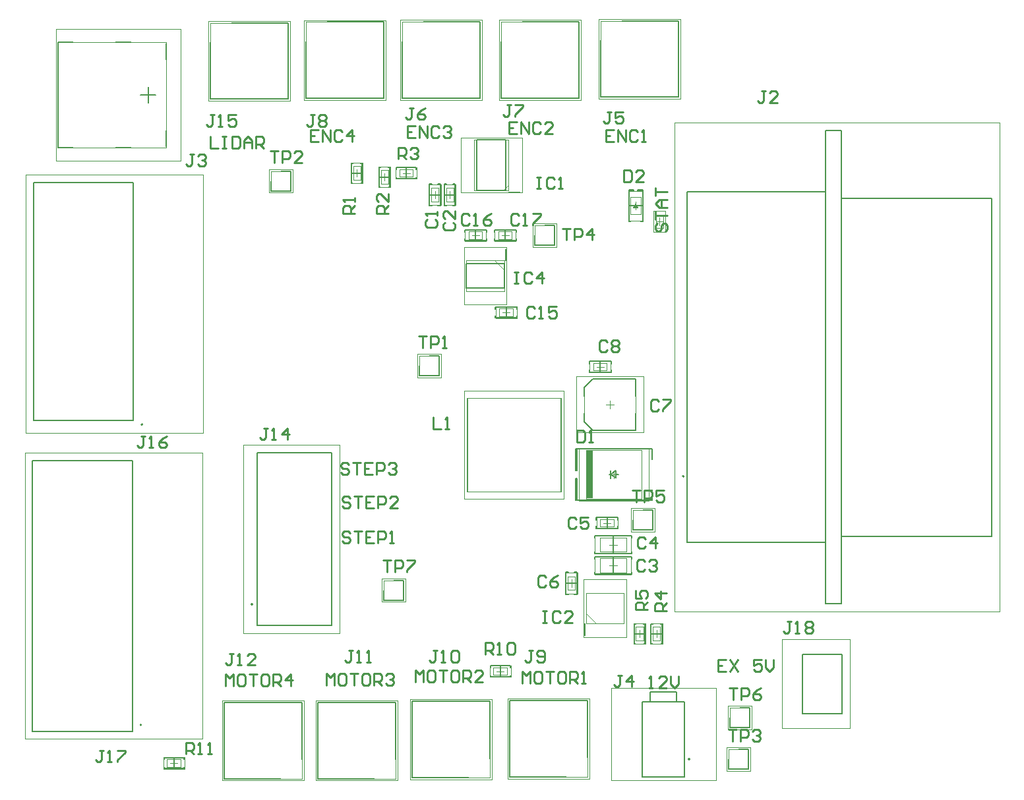
<source format=gto>
G04*
G04 #@! TF.GenerationSoftware,Altium Limited,Altium Designer,21.0.9 (235)*
G04*
G04 Layer_Color=65535*
%FSLAX25Y25*%
%MOIN*%
G70*
G04*
G04 #@! TF.SameCoordinates,FB9C7817-38CD-48DC-A3D4-53DF82CEFDAB*
G04*
G04*
G04 #@! TF.FilePolarity,Positive*
G04*
G01*
G75*
%ADD10C,0.00787*%
%ADD11C,0.00394*%
%ADD12C,0.00591*%
%ADD13C,0.01000*%
%ADD14R,0.03765X0.24488*%
%ADD15C,0.00197*%
D10*
X314492Y16606D02*
G03*
X314492Y17394I0J394D01*
G01*
D02*
G03*
X314492Y16606I0J-394D01*
G01*
X37846Y185831D02*
G03*
X37846Y186618I0J394D01*
G01*
D02*
G03*
X37846Y185831I0J-394D01*
G01*
X311535Y160531D02*
G03*
X311535Y159744I0J-394D01*
G01*
D02*
G03*
X311535Y160531I0J394D01*
G01*
X93466Y94965D02*
G03*
X93466Y95752I0J394D01*
G01*
D02*
G03*
X93466Y94965I0J-394D01*
G01*
X37697Y34268D02*
G03*
X36909Y34268I-394J0D01*
G01*
D02*
G03*
X37697Y34268I394J0D01*
G01*
X263165Y17846D02*
Y46587D01*
X223795D02*
X263165D01*
X223795Y8004D02*
Y46587D01*
Y8004D02*
X252535D01*
X213665Y17500D02*
Y46240D01*
X174295D02*
X213665D01*
X174295Y7658D02*
Y46240D01*
Y7658D02*
X203035D01*
X166130Y17000D02*
Y45740D01*
X126760D02*
X166130D01*
X126760Y7158D02*
Y45740D01*
Y7158D02*
X155500D01*
X118665Y17000D02*
Y45740D01*
X79295D02*
X118665D01*
X79295Y7158D02*
Y45740D01*
Y7158D02*
X108035D01*
X236500Y277000D02*
Y282000D01*
Y277000D02*
X246500D01*
Y287000D01*
X241500D02*
X246500D01*
X286000Y133000D02*
Y138000D01*
Y133000D02*
X296000D01*
Y143000D01*
X291000D02*
X296000D01*
X178000Y211000D02*
Y216000D01*
Y211000D02*
X188000D01*
Y221000D01*
X183000D02*
X188000D01*
X334500Y12000D02*
Y17000D01*
Y12000D02*
X344500D01*
Y22000D01*
X339500D02*
X344500D01*
X103000Y304500D02*
Y309500D01*
Y304500D02*
X113000D01*
Y314500D01*
X108000D02*
X113000D01*
X160000Y97500D02*
Y102500D01*
Y97500D02*
X170000D01*
Y107500D01*
X165000D02*
X170000D01*
X335000Y33000D02*
Y38000D01*
Y33000D02*
X345000D01*
Y43000D01*
X340000D02*
X345000D01*
X72335Y350913D02*
Y379654D01*
Y350913D02*
X111705D01*
Y389496D01*
X82965D02*
X111705D01*
X120835Y351260D02*
Y380000D01*
Y351260D02*
X160205D01*
Y389843D01*
X131465D02*
X160205D01*
X169335Y351413D02*
Y380153D01*
Y351413D02*
X208705D01*
Y389996D01*
X179965D02*
X208705D01*
X219335Y351413D02*
Y380153D01*
Y351413D02*
X258705D01*
Y389996D01*
X229965D02*
X258705D01*
X269870Y351913D02*
Y380654D01*
Y351913D02*
X309240D01*
Y390496D01*
X280500D02*
X309240D01*
X261445Y205025D02*
X265776Y209355D01*
X261445Y200694D02*
Y205025D01*
X265776Y209355D02*
X287429D01*
Y200694D02*
Y209355D01*
X261445Y187702D02*
X265776Y183371D01*
X261445Y187702D02*
Y192033D01*
X265776Y183371D02*
X287429D01*
Y192033D01*
X249622Y152378D02*
Y199622D01*
X202378Y152378D02*
Y199622D01*
X50055Y371110D02*
Y378984D01*
X-4669Y379772D02*
X3205D01*
X-4669Y326228D02*
Y379772D01*
Y326228D02*
X3205D01*
X24465Y379772D02*
X32339D01*
X24465Y326228D02*
X32339D01*
X50055Y327016D02*
Y334890D01*
X261779Y79508D02*
Y85512D01*
X221657Y269177D02*
Y275083D01*
X201854Y267799D02*
X221146D01*
X201854Y255201D02*
Y267799D01*
Y255201D02*
X221146D01*
Y267799D01*
X223161Y303720D02*
X228969D01*
X221783Y304705D02*
Y330295D01*
X207217D02*
X221783D01*
X207217Y304705D02*
Y330295D01*
Y304705D02*
X221783D01*
X277543Y161000D02*
X278724D01*
X274000D02*
X274787D01*
X277543Y159425D02*
Y162969D01*
X274787Y161000D02*
X277543Y162969D01*
X274787Y161000D02*
X277543Y159425D01*
X274787Y159031D02*
Y162969D01*
X257071Y148008D02*
Y159031D01*
X257858D01*
Y148008D02*
Y159031D01*
Y162969D02*
Y173992D01*
X257071Y162969D02*
X257858D01*
X257071D02*
Y173992D01*
X295654Y168776D02*
Y173992D01*
Y148008D02*
Y153224D01*
X257071Y173992D02*
X295654D01*
X257071Y148008D02*
X295654D01*
X294807Y45937D02*
Y50937D01*
X308193D01*
Y45937D02*
Y50937D01*
X294807Y45937D02*
X308193D01*
X290870Y8142D02*
Y45937D01*
Y8142D02*
X312130D01*
Y45937D01*
X290870D02*
X312130D01*
X371826Y40115D02*
Y70036D01*
X391708D01*
Y40115D02*
Y70036D01*
X371826Y40115D02*
X391708D01*
X33516Y188193D02*
Y308665D01*
X-16878Y188193D02*
X33516D01*
X-16878D02*
Y308665D01*
X33516D01*
X313504Y126673D02*
Y303839D01*
X383583D01*
Y126673D02*
Y303839D01*
X313504Y126673D02*
X383583D01*
Y95571D02*
Y126673D01*
Y95571D02*
X391457D01*
Y334941D01*
X383583D02*
X391457D01*
X383583Y303839D02*
Y334941D01*
X391457Y129823D02*
X467441D01*
Y300689D01*
X391457D02*
X467441D01*
X96025Y172130D02*
X133820D01*
Y84728D02*
Y172130D01*
X96025Y84728D02*
X133820D01*
X96025D02*
Y172130D01*
X-17421Y168127D02*
X32972D01*
X-17421Y31119D02*
Y168127D01*
Y31119D02*
X32972D01*
Y168127D01*
X37063Y353000D02*
X44937D01*
X41000Y349063D02*
Y356937D01*
D11*
X365479Y47202D02*
G03*
X365479Y47595I0J197D01*
G01*
D02*
G03*
X365479Y47202I0J-197D01*
G01*
X290870Y8142D02*
Y45937D01*
Y8142D02*
X312130D01*
Y45937D01*
X290870D02*
X312130D01*
X384921Y40115D02*
X391708D01*
Y70036D01*
X384921D02*
X391708D01*
X373897Y40115D02*
X374684D01*
X373897Y70036D02*
X374684D01*
X33516Y307484D02*
Y308665D01*
X-16878D02*
X33516D01*
X-16878Y188193D02*
Y308665D01*
Y188193D02*
X33516D01*
Y189374D01*
X362717Y126673D02*
X383583D01*
Y303839D01*
X362717D02*
X383583D01*
X313504D02*
X331221D01*
X313504Y126673D02*
Y303839D01*
Y126673D02*
X331221D01*
X96025Y172130D02*
X133820D01*
X96025Y84728D02*
Y172130D01*
Y84728D02*
X133820D01*
Y172130D01*
X-17421Y31119D02*
X32972D01*
X-17421D02*
Y168127D01*
X32972D01*
X57445Y13130D02*
Y16870D01*
X50555Y13130D02*
Y16870D01*
Y13130D02*
X57445D01*
X50555Y16870D02*
X57445D01*
X215555Y59630D02*
Y63370D01*
X222445Y59630D02*
Y63370D01*
X215555D02*
X222445D01*
X215555Y59630D02*
X222445D01*
X263165Y8004D02*
Y46587D01*
X223795D02*
X263165D01*
X223795Y8004D02*
Y46587D01*
Y8004D02*
X263165D01*
X213665Y7658D02*
Y46240D01*
X174295D02*
X213665D01*
X174295Y7658D02*
Y46240D01*
Y7658D02*
X213665D01*
X166130Y7158D02*
Y45740D01*
X126760D02*
X166130D01*
X126760Y7158D02*
Y45740D01*
Y7158D02*
X166130D01*
X118665D02*
Y45740D01*
X79295D02*
X118665D01*
X79295Y7158D02*
Y45740D01*
Y7158D02*
X118665D01*
X290158Y292669D02*
Y301331D01*
X284842Y292669D02*
Y301331D01*
X290158D01*
X284842Y292669D02*
X290158D01*
X236500Y277000D02*
Y287000D01*
X246500D01*
Y277000D02*
Y287000D01*
X236500Y277000D02*
X246500D01*
X286000Y133000D02*
Y143000D01*
X296000D01*
Y133000D02*
Y143000D01*
X286000Y133000D02*
X296000D01*
X178000Y211000D02*
Y221000D01*
X188000D01*
Y211000D02*
Y221000D01*
X178000Y211000D02*
X188000D01*
X334500Y12000D02*
Y22000D01*
X344500D01*
Y12000D02*
Y22000D01*
X334500Y12000D02*
X344500D01*
X103000Y304500D02*
Y314500D01*
X113000D01*
Y304500D02*
Y314500D01*
X103000Y304500D02*
X113000D01*
X160000Y97500D02*
Y107500D01*
X170000D01*
Y97500D02*
Y107500D01*
X160000Y97500D02*
X170000D01*
X335000Y33000D02*
Y43000D01*
X345000D01*
Y33000D02*
Y43000D01*
X335000Y33000D02*
X345000D01*
X72335Y350913D02*
Y389496D01*
Y350913D02*
X111705D01*
Y389496D01*
X72335D02*
X111705D01*
X120835Y351260D02*
Y389843D01*
Y351260D02*
X160205D01*
Y389843D01*
X120835D02*
X160205D01*
X169335Y351413D02*
Y389996D01*
Y351413D02*
X208705D01*
Y389996D01*
X169335D02*
X208705D01*
X219335Y351413D02*
Y389996D01*
Y351413D02*
X258705D01*
Y389996D01*
X219335D02*
X258705D01*
X269870Y351913D02*
Y390496D01*
Y351913D02*
X309240D01*
Y390496D01*
X269870D02*
X309240D01*
X261445Y205025D02*
X265776Y209355D01*
X287429D01*
Y183371D02*
Y209355D01*
X265776Y183371D02*
X287429D01*
X261445Y187702D02*
X265776Y183371D01*
X261445Y187702D02*
Y205025D01*
X266055Y217370D02*
X272945D01*
X266055Y213630D02*
X272945D01*
X266055D02*
Y217370D01*
X272945Y213630D02*
Y217370D01*
X202378Y152378D02*
X249622D01*
Y199622D01*
X202378D02*
X249622D01*
X202378Y152378D02*
Y199622D01*
X50055Y326425D02*
Y379575D01*
X-4669D02*
X50055D01*
X-4669Y326425D02*
X50055D01*
X-4669D02*
Y379575D01*
X287567Y77055D02*
Y83945D01*
X291307Y77055D02*
Y83945D01*
X287567Y77055D02*
X291307D01*
X287567Y83945D02*
X291307D01*
X299870Y77055D02*
Y83945D01*
X296130Y77055D02*
Y83945D01*
X299870D01*
X296130Y77055D02*
X299870D01*
X253130Y102555D02*
Y109445D01*
X256870Y102555D02*
Y109445D01*
X253130Y102555D02*
X256870D01*
X253130Y109445D02*
X256870D01*
X282693Y121957D02*
Y129043D01*
X269307Y121957D02*
Y129043D01*
Y121957D02*
X282693D01*
X269307Y129043D02*
X282693D01*
Y111457D02*
Y118543D01*
X269307Y111457D02*
Y118543D01*
Y111457D02*
X282693D01*
X269307Y118543D02*
X282693D01*
X262291Y90512D02*
X267291Y85512D01*
X262291D02*
X281583D01*
Y100866D01*
X262291D02*
X281583D01*
X262291Y85512D02*
Y100866D01*
X269555Y138370D02*
X276445D01*
X269555Y134630D02*
X276445D01*
X269555D02*
Y138370D01*
X276445Y134630D02*
Y138370D01*
X301370Y285555D02*
Y292445D01*
X297630Y285555D02*
Y292445D01*
Y285555D02*
X301370D01*
X297630Y292445D02*
X301370D01*
X218055Y283870D02*
X224945D01*
X218055Y280130D02*
X224945D01*
X218055D02*
Y283870D01*
X224945Y280130D02*
Y283870D01*
X195370Y299055D02*
Y305945D01*
X191630Y299055D02*
Y305945D01*
X195370D01*
X191630Y299055D02*
X195370D01*
X187870D02*
Y305945D01*
X184130Y299055D02*
Y305945D01*
X187870D01*
X184130Y299055D02*
X187870D01*
X168055Y311630D02*
X174945D01*
X168055Y315370D02*
X174945D01*
Y311630D02*
Y315370D01*
X168055Y311630D02*
Y315370D01*
X218555Y244870D02*
X225445D01*
X218555Y241130D02*
X225445D01*
X218555D02*
Y244870D01*
X225445Y241130D02*
Y244870D01*
X216146Y269177D02*
X221146Y264177D01*
X201854Y269177D02*
X221146D01*
X201854Y253823D02*
Y269177D01*
Y253823D02*
X221146D01*
Y269177D01*
X220602Y304705D02*
X223161Y307264D01*
Y304705D02*
Y330295D01*
X205839D02*
X223161D01*
X205839Y304705D02*
Y330295D01*
Y304705D02*
X223161D01*
X203055Y283870D02*
X209945D01*
X203055Y280130D02*
X209945D01*
X203055D02*
Y283870D01*
X209945Y280130D02*
Y283870D01*
X162370Y308055D02*
Y314945D01*
X158630Y308055D02*
Y314945D01*
X162370D01*
X158630Y308055D02*
X162370D01*
X148370Y310055D02*
Y316945D01*
X144630Y310055D02*
Y316945D01*
X148370D01*
X144630Y310055D02*
X148370D01*
X262366Y173244D02*
X290358D01*
X262366Y148756D02*
X290358D01*
X262366D02*
Y173244D01*
X290358Y148756D02*
Y173244D01*
X52130Y15000D02*
X55870D01*
X54000Y13130D02*
Y16870D01*
X217130Y61500D02*
X220870D01*
X219000Y59630D02*
Y63370D01*
X285531Y297000D02*
X289469D01*
X287500Y295031D02*
Y298969D01*
X275024Y6173D02*
Y52905D01*
Y6173D02*
X327976D01*
Y52905D01*
X275024D02*
X327976D01*
X361346Y32635D02*
Y77517D01*
X395645D01*
Y32635D02*
Y77517D01*
X361346Y32635D02*
X395645D01*
X68902Y181894D02*
Y312602D01*
X-20815Y181894D02*
X68902D01*
X-20815D02*
Y312602D01*
X68902D01*
X307205Y91634D02*
Y338878D01*
X471378D01*
Y91634D02*
Y338878D01*
X307205Y91634D02*
X471378D01*
X272468Y196363D02*
X276406D01*
X274437Y194395D02*
Y198332D01*
X269500Y213630D02*
Y217370D01*
X267630Y215500D02*
X271370D01*
X89135Y176067D02*
X137758D01*
X89135Y80791D02*
Y176067D01*
Y80791D02*
X137758D01*
Y176067D01*
X-21358Y172064D02*
X68358D01*
X-21358Y27182D02*
Y172064D01*
Y27182D02*
X68358D01*
Y172064D01*
X287567Y80500D02*
X291307D01*
X289437Y78630D02*
Y82370D01*
X296130Y80500D02*
X299870D01*
X298000Y78630D02*
Y82370D01*
X253130Y106000D02*
X256870D01*
X255000Y104130D02*
Y107870D01*
X274031Y125500D02*
X277969D01*
X276000Y123531D02*
Y127469D01*
X274031Y115000D02*
X277969D01*
X276000Y113031D02*
Y116969D01*
X273000Y134630D02*
Y138370D01*
X271130Y136500D02*
X274870D01*
X297630Y289000D02*
X301370D01*
X299500Y287130D02*
Y290870D01*
X221500Y280130D02*
Y283870D01*
X219630Y282000D02*
X223370D01*
X191630Y302500D02*
X195370D01*
X193500Y300630D02*
Y304370D01*
X184130Y302500D02*
X187870D01*
X186000Y300630D02*
Y304370D01*
X171500Y311630D02*
Y315370D01*
X169630Y313500D02*
X173370D01*
X222000Y241130D02*
Y244870D01*
X220130Y243000D02*
X223870D01*
X206500Y280130D02*
Y283870D01*
X204630Y282000D02*
X208370D01*
X158630Y311500D02*
X162370D01*
X160500Y309630D02*
Y313370D01*
X144630Y313500D02*
X148370D01*
X146500Y311630D02*
Y315370D01*
X276362Y159031D02*
Y162969D01*
X274394Y161000D02*
X278331D01*
D12*
X54000Y12244D02*
Y17756D01*
X59000Y12244D02*
Y13000D01*
X49000Y12244D02*
X59000D01*
X49000D02*
Y13000D01*
Y17000D02*
Y17756D01*
X59000D01*
Y17000D02*
Y17756D01*
X219000Y58744D02*
Y64256D01*
X214000Y63500D02*
Y64256D01*
X224000D01*
Y63500D02*
Y64256D01*
Y58744D02*
Y59500D01*
X214000Y58744D02*
X224000D01*
X214000D02*
Y59500D01*
X287500Y297000D02*
X288500Y296000D01*
X286500D02*
X287500Y297000D01*
X286500Y296000D02*
X288500D01*
X287500Y297000D02*
Y298000D01*
X283957Y297000D02*
X291043D01*
X288500Y304500D02*
X291043D01*
Y289000D02*
Y304500D01*
X290256Y289000D02*
X291043D01*
X283957Y304500D02*
X286500D01*
X283957Y289000D02*
Y304500D01*
Y289000D02*
X284744D01*
X288500Y304500D02*
Y305000D01*
X291043D01*
Y304500D02*
Y305000D01*
X283957Y304500D02*
Y305000D01*
X286500D01*
Y304500D02*
Y305000D01*
X269500Y212744D02*
Y218256D01*
X275012Y212744D02*
Y213925D01*
X263988Y212744D02*
X275012D01*
X263988D02*
Y213925D01*
Y217075D02*
Y218256D01*
X275012D01*
Y217075D02*
Y218256D01*
X286681Y85500D02*
X287437D01*
X286681Y75500D02*
Y85500D01*
Y75500D02*
X287437D01*
X291437D02*
X292193D01*
Y85500D01*
X291437D02*
X292193D01*
X286681Y80500D02*
X292193D01*
X300000Y75500D02*
X300756D01*
Y85500D01*
X300000D02*
X300756D01*
X295244D02*
X296000D01*
X295244Y75500D02*
Y85500D01*
Y75500D02*
X296000D01*
X295244Y80500D02*
X300756D01*
X252244Y106000D02*
X257756D01*
X256575Y111512D02*
X257756D01*
Y100488D02*
Y111512D01*
X256575Y100488D02*
X257756D01*
X252244D02*
X253425D01*
X252244D02*
Y111512D01*
X253425D01*
X285350Y128945D02*
Y129929D01*
X266650D02*
X285350D01*
X266650Y128945D02*
Y129929D01*
Y121071D02*
Y122055D01*
Y121071D02*
X285350D01*
Y122055D01*
X276000Y121071D02*
Y129929D01*
X285350Y118445D02*
Y119429D01*
X266650D02*
X285350D01*
X266650Y118445D02*
Y119429D01*
Y110571D02*
Y111555D01*
Y110571D02*
X285350D01*
Y111555D01*
X276000Y110571D02*
Y119429D01*
X273000Y133744D02*
Y139256D01*
X278512Y133744D02*
Y134925D01*
X267488Y133744D02*
X278512D01*
X267488D02*
Y134925D01*
Y138075D02*
Y139256D01*
X278512D01*
Y138075D02*
Y139256D01*
X221500Y279244D02*
Y284756D01*
X227012Y279244D02*
Y280425D01*
X215988Y279244D02*
X227012D01*
X215988D02*
Y280425D01*
Y283575D02*
Y284756D01*
X227012D01*
Y283575D02*
Y284756D01*
X190744Y302500D02*
X196256D01*
X190744Y296988D02*
X191925D01*
X190744D02*
Y308012D01*
X191925D01*
X195075D02*
X196256D01*
Y296988D02*
Y308012D01*
X195075Y296988D02*
X196256D01*
X183244Y302500D02*
X188756D01*
X183244Y296988D02*
X184425D01*
X183244D02*
Y308012D01*
X184425D01*
X187575D02*
X188756D01*
Y296988D02*
Y308012D01*
X187575Y296988D02*
X188756D01*
X166500Y310744D02*
Y311500D01*
Y310744D02*
X176500D01*
Y311500D01*
Y315500D02*
Y316256D01*
X166500D02*
X176500D01*
X166500Y315500D02*
Y316256D01*
X171500Y310744D02*
Y316256D01*
X222000Y240244D02*
Y245756D01*
X227512Y240244D02*
Y241425D01*
X216488Y240244D02*
X227512D01*
X216488D02*
Y241425D01*
Y244575D02*
Y245756D01*
X227512D01*
Y244575D02*
Y245756D01*
X206500Y279244D02*
Y284756D01*
X212012Y279244D02*
Y280425D01*
X200988Y279244D02*
X212012D01*
X200988D02*
Y280425D01*
Y283575D02*
Y284756D01*
X212012D01*
Y283575D02*
Y284756D01*
X162500Y306500D02*
X163256D01*
Y316500D01*
X162500D02*
X163256D01*
X157744D02*
X158500D01*
X157744Y306500D02*
Y316500D01*
Y306500D02*
X158500D01*
X157744Y311500D02*
X163256D01*
X148500Y308500D02*
X149256D01*
Y318500D01*
X148500D02*
X149256D01*
X143744D02*
X144500D01*
X143744Y308500D02*
Y318500D01*
Y308500D02*
X144500D01*
X143744Y313500D02*
X149256D01*
D13*
X60002Y19501D02*
Y25499D01*
X63001D01*
X64001Y24499D01*
Y22500D01*
X63001Y21500D01*
X60002D01*
X62002D02*
X64001Y19501D01*
X66000D02*
X68000D01*
X67000D01*
Y25499D01*
X66000Y24499D01*
X70999Y19501D02*
X72998D01*
X71998D01*
Y25499D01*
X70999Y24499D01*
X211561Y70001D02*
Y75999D01*
X214561D01*
X215560Y74999D01*
Y73000D01*
X214561Y72000D01*
X211561D01*
X213561D02*
X215560Y70001D01*
X217560D02*
X219559D01*
X218559D01*
Y75999D01*
X217560Y74999D01*
X222558D02*
X223558Y75999D01*
X225557D01*
X226557Y74999D01*
Y71001D01*
X225557Y70001D01*
X223558D01*
X222558Y71001D01*
Y74999D01*
X235500Y71999D02*
X233501D01*
X234501D01*
Y67001D01*
X233501Y66001D01*
X232501D01*
X231502Y67001D01*
X237500D02*
X238499Y66001D01*
X240499D01*
X241498Y67001D01*
Y70999D01*
X240499Y71999D01*
X238499D01*
X237500Y70999D01*
Y70000D01*
X238499Y69000D01*
X241498D01*
X187001Y71999D02*
X185002D01*
X186002D01*
Y67001D01*
X185002Y66001D01*
X184002D01*
X183002Y67001D01*
X189000Y66001D02*
X191000D01*
X190000D01*
Y71999D01*
X189000Y70999D01*
X193999D02*
X194999Y71999D01*
X196998D01*
X197998Y70999D01*
Y67001D01*
X196998Y66001D01*
X194999D01*
X193999Y67001D01*
Y70999D01*
X144501Y71999D02*
X142501D01*
X143501D01*
Y67001D01*
X142501Y66001D01*
X141502D01*
X140502Y67001D01*
X146500Y66001D02*
X148500D01*
X147500D01*
Y71999D01*
X146500Y70999D01*
X151499Y66001D02*
X153498D01*
X152498D01*
Y71999D01*
X151499Y70999D01*
X84001Y70499D02*
X82002D01*
X83002D01*
Y65501D01*
X82002Y64501D01*
X81002D01*
X80002Y65501D01*
X86001Y64501D02*
X88000D01*
X87000D01*
Y70499D01*
X86001Y69499D01*
X94998Y64501D02*
X90999D01*
X94998Y68500D01*
Y69499D01*
X93998Y70499D01*
X91999D01*
X90999Y69499D01*
X281502Y314999D02*
Y309001D01*
X284501D01*
X285500Y310001D01*
Y313999D01*
X284501Y314999D01*
X281502D01*
X291498Y309001D02*
X287500D01*
X291498Y313000D01*
Y313999D01*
X290499Y314999D01*
X288499D01*
X287500Y313999D01*
X298502Y287999D02*
X297502Y286999D01*
Y285000D01*
X298502Y284000D01*
X299501D01*
X300501Y285000D01*
Y286999D01*
X301501Y287999D01*
X302500D01*
X303500Y286999D01*
Y285000D01*
X302500Y284000D01*
X297502Y289998D02*
Y293997D01*
Y291997D01*
X303500D01*
Y295996D02*
X299501D01*
X297502Y297995D01*
X299501Y299995D01*
X303500D01*
X300501D01*
Y295996D01*
X297502Y301994D02*
Y305993D01*
Y303994D01*
X303500D01*
X250503Y285499D02*
X254501D01*
X252502D01*
Y279501D01*
X256501D02*
Y285499D01*
X259500D01*
X260499Y284499D01*
Y282500D01*
X259500Y281500D01*
X256501D01*
X265498Y279501D02*
Y285499D01*
X262499Y282500D01*
X266497D01*
X280500Y59499D02*
X278501D01*
X279501D01*
Y54501D01*
X278501Y53501D01*
X277501D01*
X276502Y54501D01*
X285499Y53501D02*
Y59499D01*
X282500Y56500D01*
X286498D01*
X285900Y153098D02*
X289899D01*
X287899D01*
Y147100D01*
X291898D02*
Y153098D01*
X294897D01*
X295897Y152098D01*
Y150099D01*
X294897Y149099D01*
X291898D01*
X301895Y153098D02*
X297896D01*
Y150099D01*
X299896Y151099D01*
X300895D01*
X301895Y150099D01*
Y148100D01*
X300895Y147100D01*
X298896D01*
X297896Y148100D01*
X177900Y231098D02*
X181899D01*
X179899D01*
Y225100D01*
X183898D02*
Y231098D01*
X186897D01*
X187897Y230098D01*
Y228099D01*
X186897Y227099D01*
X183898D01*
X189896Y225100D02*
X191895D01*
X190896D01*
Y231098D01*
X189896Y230098D01*
X334400Y32098D02*
X338399D01*
X336399D01*
Y26100D01*
X340398D02*
Y32098D01*
X343397D01*
X344397Y31098D01*
Y29099D01*
X343397Y28099D01*
X340398D01*
X346396Y31098D02*
X347396Y32098D01*
X349395D01*
X350395Y31098D01*
Y30099D01*
X349395Y29099D01*
X348395D01*
X349395D01*
X350395Y28099D01*
Y27100D01*
X349395Y26100D01*
X347396D01*
X346396Y27100D01*
X102900Y324598D02*
X106899D01*
X104899D01*
Y318600D01*
X108898D02*
Y324598D01*
X111897D01*
X112897Y323598D01*
Y321599D01*
X111897Y320599D01*
X108898D01*
X118895Y318600D02*
X114896D01*
X118895Y322599D01*
Y323598D01*
X117895Y324598D01*
X115896D01*
X114896Y323598D01*
X159900Y117598D02*
X163899D01*
X161899D01*
Y111600D01*
X165898D02*
Y117598D01*
X168897D01*
X169897Y116598D01*
Y114599D01*
X168897Y113599D01*
X165898D01*
X171896Y117598D02*
X175895D01*
Y116598D01*
X171896Y112600D01*
Y111600D01*
X334900Y53098D02*
X338899D01*
X336899D01*
Y47100D01*
X340898D02*
Y53098D01*
X343897D01*
X344897Y52098D01*
Y50099D01*
X343897Y49099D01*
X340898D01*
X350895Y53098D02*
X348896Y52098D01*
X346896Y50099D01*
Y48100D01*
X347896Y47100D01*
X349895D01*
X350895Y48100D01*
Y49099D01*
X349895Y50099D01*
X346896D01*
X332999Y67498D02*
X329000D01*
Y61500D01*
X332999D01*
X329000Y64499D02*
X330999D01*
X334998Y67498D02*
X338997Y61500D01*
Y67498D02*
X334998Y61500D01*
X350993Y67498D02*
X346994D01*
Y64499D01*
X348993Y65499D01*
X349993D01*
X350993Y64499D01*
Y62500D01*
X349993Y61500D01*
X347994D01*
X346994Y62500D01*
X352992Y67498D02*
Y63499D01*
X354992Y61500D01*
X356991Y63499D01*
Y67498D01*
X176000Y56000D02*
Y61998D01*
X177999Y59999D01*
X179999Y61998D01*
Y56000D01*
X184997Y61998D02*
X182998D01*
X181998Y60998D01*
Y57000D01*
X182998Y56000D01*
X184997D01*
X185997Y57000D01*
Y60998D01*
X184997Y61998D01*
X187996D02*
X191995D01*
X189996D01*
Y56000D01*
X196993Y61998D02*
X194994D01*
X193994Y60998D01*
Y57000D01*
X194994Y56000D01*
X196993D01*
X197993Y57000D01*
Y60998D01*
X196993Y61998D01*
X199992Y56000D02*
Y61998D01*
X202991D01*
X203991Y60998D01*
Y58999D01*
X202991Y57999D01*
X199992D01*
X201992D02*
X203991Y56000D01*
X209989D02*
X205990D01*
X209989Y59999D01*
Y60998D01*
X208989Y61998D01*
X206990D01*
X205990Y60998D01*
X80000Y54000D02*
Y59998D01*
X81999Y57999D01*
X83999Y59998D01*
Y54000D01*
X88997Y59998D02*
X86998D01*
X85998Y58998D01*
Y55000D01*
X86998Y54000D01*
X88997D01*
X89997Y55000D01*
Y58998D01*
X88997Y59998D01*
X91996D02*
X95995D01*
X93995D01*
Y54000D01*
X100993Y59998D02*
X98994D01*
X97994Y58998D01*
Y55000D01*
X98994Y54000D01*
X100993D01*
X101993Y55000D01*
Y58998D01*
X100993Y59998D01*
X103992Y54000D02*
Y59998D01*
X106991D01*
X107991Y58998D01*
Y56999D01*
X106991Y55999D01*
X103992D01*
X105992D02*
X107991Y54000D01*
X112989D02*
Y59998D01*
X109990Y56999D01*
X113989D01*
X131000Y54500D02*
Y60498D01*
X132999Y58499D01*
X134999Y60498D01*
Y54500D01*
X139997Y60498D02*
X137998D01*
X136998Y59498D01*
Y55500D01*
X137998Y54500D01*
X139997D01*
X140997Y55500D01*
Y59498D01*
X139997Y60498D01*
X142996D02*
X146995D01*
X144995D01*
Y54500D01*
X151993Y60498D02*
X149994D01*
X148994Y59498D01*
Y55500D01*
X149994Y54500D01*
X151993D01*
X152993Y55500D01*
Y59498D01*
X151993Y60498D01*
X154992Y54500D02*
Y60498D01*
X157991D01*
X158991Y59498D01*
Y57499D01*
X157991Y56499D01*
X154992D01*
X156992D02*
X158991Y54500D01*
X160990Y59498D02*
X161990Y60498D01*
X163989D01*
X164989Y59498D01*
Y58499D01*
X163989Y57499D01*
X162990D01*
X163989D01*
X164989Y56499D01*
Y55500D01*
X163989Y54500D01*
X161990D01*
X160990Y55500D01*
X366099Y86698D02*
X364099D01*
X365099D01*
Y81700D01*
X364099Y80700D01*
X363100D01*
X362100Y81700D01*
X368098Y80700D02*
X370097D01*
X369098D01*
Y86698D01*
X368098Y85698D01*
X373096D02*
X374096Y86698D01*
X376096D01*
X377095Y85698D01*
Y84699D01*
X376096Y83699D01*
X377095Y82699D01*
Y81700D01*
X376096Y80700D01*
X374096D01*
X373096Y81700D01*
Y82699D01*
X374096Y83699D01*
X373096Y84699D01*
Y85698D01*
X374096Y83699D02*
X376096D01*
X294000Y53000D02*
X295999D01*
X295000D01*
Y58998D01*
X294000Y57998D01*
X302997Y53000D02*
X298998D01*
X302997Y56999D01*
Y57998D01*
X301997Y58998D01*
X299998D01*
X298998Y57998D01*
X304996Y58998D02*
Y54999D01*
X306996Y53000D01*
X308995Y54999D01*
Y58998D01*
X142999Y131498D02*
X141999Y132498D01*
X140000D01*
X139000Y131498D01*
Y130499D01*
X140000Y129499D01*
X141999D01*
X142999Y128499D01*
Y127500D01*
X141999Y126500D01*
X140000D01*
X139000Y127500D01*
X144998Y132498D02*
X148997D01*
X146997D01*
Y126500D01*
X154995Y132498D02*
X150996D01*
Y126500D01*
X154995D01*
X150996Y129499D02*
X152996D01*
X156994Y126500D02*
Y132498D01*
X159993D01*
X160993Y131498D01*
Y129499D01*
X159993Y128499D01*
X156994D01*
X162992Y126500D02*
X164992D01*
X163992D01*
Y132498D01*
X162992Y131498D01*
X142999Y148998D02*
X141999Y149998D01*
X140000D01*
X139000Y148998D01*
Y147999D01*
X140000Y146999D01*
X141999D01*
X142999Y145999D01*
Y145000D01*
X141999Y144000D01*
X140000D01*
X139000Y145000D01*
X144998Y149998D02*
X148997D01*
X146997D01*
Y144000D01*
X154995Y149998D02*
X150996D01*
Y144000D01*
X154995D01*
X150996Y146999D02*
X152996D01*
X156994Y144000D02*
Y149998D01*
X159993D01*
X160993Y148998D01*
Y146999D01*
X159993Y145999D01*
X156994D01*
X166991Y144000D02*
X162992D01*
X166991Y147999D01*
Y148998D01*
X165991Y149998D01*
X163992D01*
X162992Y148998D01*
X142499Y165998D02*
X141499Y166998D01*
X139500D01*
X138500Y165998D01*
Y164999D01*
X139500Y163999D01*
X141499D01*
X142499Y162999D01*
Y162000D01*
X141499Y161000D01*
X139500D01*
X138500Y162000D01*
X144498Y166998D02*
X148497D01*
X146497D01*
Y161000D01*
X154495Y166998D02*
X150496D01*
Y161000D01*
X154495D01*
X150496Y163999D02*
X152496D01*
X156494Y161000D02*
Y166998D01*
X159493D01*
X160493Y165998D01*
Y163999D01*
X159493Y162999D01*
X156494D01*
X162492Y165998D02*
X163492Y166998D01*
X165491D01*
X166491Y165998D01*
Y164999D01*
X165491Y163999D01*
X164492D01*
X165491D01*
X166491Y162999D01*
Y162000D01*
X165491Y161000D01*
X163492D01*
X162492Y162000D01*
X230000Y55500D02*
Y61498D01*
X231999Y59499D01*
X233999Y61498D01*
Y55500D01*
X238997Y61498D02*
X236998D01*
X235998Y60498D01*
Y56500D01*
X236998Y55500D01*
X238997D01*
X239997Y56500D01*
Y60498D01*
X238997Y61498D01*
X241996D02*
X245995D01*
X243995D01*
Y55500D01*
X250993Y61498D02*
X248994D01*
X247994Y60498D01*
Y56500D01*
X248994Y55500D01*
X250993D01*
X251993Y56500D01*
Y60498D01*
X250993Y61498D01*
X253992Y55500D02*
Y61498D01*
X256991D01*
X257991Y60498D01*
Y58499D01*
X256991Y57499D01*
X253992D01*
X255992D02*
X257991Y55500D01*
X259990D02*
X261990D01*
X260990D01*
Y61498D01*
X259990Y60498D01*
X276499Y335498D02*
X272500D01*
Y329500D01*
X276499D01*
X272500Y332499D02*
X274499D01*
X278498Y329500D02*
Y335498D01*
X282497Y329500D01*
Y335498D01*
X288495Y334498D02*
X287495Y335498D01*
X285496D01*
X284496Y334498D01*
Y330500D01*
X285496Y329500D01*
X287495D01*
X288495Y330500D01*
X290494Y329500D02*
X292494D01*
X291494D01*
Y335498D01*
X290494Y334498D01*
X227499Y339498D02*
X223500D01*
Y333500D01*
X227499D01*
X223500Y336499D02*
X225499D01*
X229498Y333500D02*
Y339498D01*
X233497Y333500D01*
Y339498D01*
X239495Y338498D02*
X238495Y339498D01*
X236496D01*
X235496Y338498D01*
Y334500D01*
X236496Y333500D01*
X238495D01*
X239495Y334500D01*
X245493Y333500D02*
X241494D01*
X245493Y337499D01*
Y338498D01*
X244493Y339498D01*
X242494D01*
X241494Y338498D01*
X175999Y337498D02*
X172000D01*
Y331500D01*
X175999D01*
X172000Y334499D02*
X173999D01*
X177998Y331500D02*
Y337498D01*
X181997Y331500D01*
Y337498D01*
X187995Y336498D02*
X186995Y337498D01*
X184996D01*
X183996Y336498D01*
Y332500D01*
X184996Y331500D01*
X186995D01*
X187995Y332500D01*
X189994Y336498D02*
X190994Y337498D01*
X192993D01*
X193993Y336498D01*
Y335499D01*
X192993Y334499D01*
X191993D01*
X192993D01*
X193993Y333499D01*
Y332500D01*
X192993Y331500D01*
X190994D01*
X189994Y332500D01*
X126999Y335498D02*
X123000D01*
Y329500D01*
X126999D01*
X123000Y332499D02*
X124999D01*
X128998Y329500D02*
Y335498D01*
X132997Y329500D01*
Y335498D01*
X138995Y334498D02*
X137995Y335498D01*
X135996D01*
X134996Y334498D01*
Y330500D01*
X135996Y329500D01*
X137995D01*
X138995Y330500D01*
X143993Y329500D02*
Y335498D01*
X140994Y332499D01*
X144993D01*
X72500Y331998D02*
Y326000D01*
X76499D01*
X78498Y331998D02*
X80497D01*
X79498D01*
Y326000D01*
X78498D01*
X80497D01*
X83496Y331998D02*
Y326000D01*
X86496D01*
X87495Y327000D01*
Y330998D01*
X86496Y331998D01*
X83496D01*
X89495Y326000D02*
Y329999D01*
X91494Y331998D01*
X93493Y329999D01*
Y326000D01*
Y328999D01*
X89495D01*
X95493Y326000D02*
Y331998D01*
X98492D01*
X99491Y330998D01*
Y328999D01*
X98492Y327999D01*
X95493D01*
X97492D02*
X99491Y326000D01*
X18501Y21499D02*
X16502D01*
X17502D01*
Y16501D01*
X16502Y15501D01*
X15502D01*
X14502Y16501D01*
X20501Y15501D02*
X22500D01*
X21500D01*
Y21499D01*
X20501Y20499D01*
X25499Y21499D02*
X29498D01*
Y20499D01*
X25499Y16501D01*
Y15501D01*
X74501Y342999D02*
X72502D01*
X73501D01*
Y338001D01*
X72502Y337001D01*
X71502D01*
X70502Y338001D01*
X76500Y337001D02*
X78500D01*
X77500D01*
Y342999D01*
X76500Y341999D01*
X85498Y342999D02*
X81499D01*
Y340000D01*
X83498Y341000D01*
X84498D01*
X85498Y340000D01*
Y338001D01*
X84498Y337001D01*
X82499D01*
X81499Y338001D01*
X39501Y180499D02*
X37502D01*
X38502D01*
Y175501D01*
X37502Y174501D01*
X36502D01*
X35502Y175501D01*
X41500Y174501D02*
X43500D01*
X42500D01*
Y180499D01*
X41500Y179499D01*
X50498Y180499D02*
X48498Y179499D01*
X46499Y177500D01*
Y175501D01*
X47499Y174501D01*
X49498D01*
X50498Y175501D01*
Y176500D01*
X49498Y177500D01*
X46499D01*
X64000Y322999D02*
X62001D01*
X63001D01*
Y318001D01*
X62001Y317001D01*
X61001D01*
X60002Y318001D01*
X66000Y321999D02*
X66999Y322999D01*
X68999D01*
X69998Y321999D01*
Y321000D01*
X68999Y320000D01*
X67999D01*
X68999D01*
X69998Y319000D01*
Y318001D01*
X68999Y317001D01*
X66999D01*
X66000Y318001D01*
X125000Y342999D02*
X123001D01*
X124001D01*
Y338001D01*
X123001Y337001D01*
X122001D01*
X121002Y338001D01*
X127000Y341999D02*
X127999Y342999D01*
X129999D01*
X130998Y341999D01*
Y341000D01*
X129999Y340000D01*
X130998Y339000D01*
Y338001D01*
X129999Y337001D01*
X127999D01*
X127000Y338001D01*
Y339000D01*
X127999Y340000D01*
X127000Y341000D01*
Y341999D01*
X127999Y340000D02*
X129999D01*
X224500Y347999D02*
X222501D01*
X223501D01*
Y343001D01*
X222501Y342001D01*
X221501D01*
X220502Y343001D01*
X226500Y347999D02*
X230498D01*
Y346999D01*
X226500Y343001D01*
Y342001D01*
X175000Y346499D02*
X173001D01*
X174001D01*
Y341501D01*
X173001Y340501D01*
X172001D01*
X171002Y341501D01*
X180998Y346499D02*
X178999Y345499D01*
X177000Y343500D01*
Y341501D01*
X177999Y340501D01*
X179999D01*
X180998Y341501D01*
Y342500D01*
X179999Y343500D01*
X177000D01*
X275000Y344499D02*
X273001D01*
X274001D01*
Y339501D01*
X273001Y338501D01*
X272001D01*
X271002Y339501D01*
X280998Y344499D02*
X277000D01*
Y341500D01*
X278999Y342500D01*
X279999D01*
X280998Y341500D01*
Y339501D01*
X279999Y338501D01*
X277999D01*
X277000Y339501D01*
X226002Y263499D02*
X228002D01*
X227002D01*
Y257501D01*
X226002D01*
X228002D01*
X234999Y262499D02*
X234000Y263499D01*
X232000D01*
X231001Y262499D01*
Y258501D01*
X232000Y257501D01*
X234000D01*
X234999Y258501D01*
X239998Y257501D02*
Y263499D01*
X236999Y260500D01*
X240998D01*
X228501Y291999D02*
X227502Y292999D01*
X225502D01*
X224502Y291999D01*
Y288001D01*
X225502Y287001D01*
X227502D01*
X228501Y288001D01*
X230501Y287001D02*
X232500D01*
X231500D01*
Y292999D01*
X230501Y291999D01*
X235499Y292999D02*
X239498D01*
Y291999D01*
X235499Y288001D01*
Y287001D01*
X203501Y291999D02*
X202502Y292999D01*
X200502D01*
X199502Y291999D01*
Y288001D01*
X200502Y287001D01*
X202502D01*
X203501Y288001D01*
X205501Y287001D02*
X207500D01*
X206500D01*
Y292999D01*
X205501Y291999D01*
X214498Y292999D02*
X212498Y291999D01*
X210499Y290000D01*
Y288001D01*
X211498Y287001D01*
X213498D01*
X214498Y288001D01*
Y289000D01*
X213498Y290000D01*
X210499D01*
X236501Y244999D02*
X235502Y245999D01*
X233502D01*
X232502Y244999D01*
Y241001D01*
X233502Y240001D01*
X235502D01*
X236501Y241001D01*
X238500Y240001D02*
X240500D01*
X239500D01*
Y245999D01*
X238500Y244999D01*
X247498Y245999D02*
X243499D01*
Y243000D01*
X245498Y244000D01*
X246498D01*
X247498Y243000D01*
Y241001D01*
X246498Y240001D01*
X244498D01*
X243499Y241001D01*
X293499Y92502D02*
X287501D01*
Y95501D01*
X288501Y96500D01*
X290500D01*
X291500Y95501D01*
Y92502D01*
Y94501D02*
X293499Y96500D01*
X287501Y102498D02*
Y98500D01*
X290500D01*
X289500Y100499D01*
Y101499D01*
X290500Y102498D01*
X292499D01*
X293499Y101499D01*
Y99499D01*
X292499Y98500D01*
X302999Y92002D02*
X297001D01*
Y95001D01*
X298001Y96000D01*
X300000D01*
X301000Y95001D01*
Y92002D01*
Y94001D02*
X302999Y96000D01*
Y100999D02*
X297001D01*
X300000Y98000D01*
Y101998D01*
X167502Y320501D02*
Y326499D01*
X170501D01*
X171500Y325499D01*
Y323500D01*
X170501Y322500D01*
X167502D01*
X169501D02*
X171500Y320501D01*
X173500Y325499D02*
X174499Y326499D01*
X176499D01*
X177498Y325499D01*
Y324500D01*
X176499Y323500D01*
X175499D01*
X176499D01*
X177498Y322500D01*
Y321501D01*
X176499Y320501D01*
X174499D01*
X173500Y321501D01*
X162499Y293002D02*
X156501D01*
Y296001D01*
X157501Y297000D01*
X159500D01*
X160500Y296001D01*
Y293002D01*
Y295001D02*
X162499Y297000D01*
Y302998D02*
Y299000D01*
X158500Y302998D01*
X157501D01*
X156501Y301999D01*
Y299999D01*
X157501Y299000D01*
X145499Y293001D02*
X139501D01*
Y296000D01*
X140501Y297000D01*
X142500D01*
X143500Y296000D01*
Y293001D01*
Y295001D02*
X145499Y297000D01*
Y298999D02*
Y300999D01*
Y299999D01*
X139501D01*
X140501Y298999D01*
X185001Y189999D02*
Y184001D01*
X189000D01*
X190999D02*
X192999D01*
X191999D01*
Y189999D01*
X190999Y188999D01*
X101501Y184499D02*
X99502D01*
X100502D01*
Y179501D01*
X99502Y178501D01*
X98502D01*
X97502Y179501D01*
X103500Y178501D02*
X105500D01*
X104500D01*
Y184499D01*
X103500Y183499D01*
X111498Y178501D02*
Y184499D01*
X108499Y181500D01*
X112498D01*
X353000Y354999D02*
X351001D01*
X352001D01*
Y350001D01*
X351001Y349001D01*
X350001D01*
X349002Y350001D01*
X358998Y349001D02*
X355000D01*
X358998Y353000D01*
Y353999D01*
X357999Y354999D01*
X355999D01*
X355000Y353999D01*
X240502Y91999D02*
X242502D01*
X241502D01*
Y86001D01*
X240502D01*
X242502D01*
X249500Y90999D02*
X248500Y91999D01*
X246500D01*
X245501Y90999D01*
Y87001D01*
X246500Y86001D01*
X248500D01*
X249500Y87001D01*
X255498Y86001D02*
X251499D01*
X255498Y90000D01*
Y90999D01*
X254498Y91999D01*
X252499D01*
X251499Y90999D01*
X237502Y311499D02*
X239502D01*
X238502D01*
Y305501D01*
X237502D01*
X239502D01*
X246499Y310499D02*
X245499Y311499D01*
X243500D01*
X242500Y310499D01*
Y306501D01*
X243500Y305501D01*
X245499D01*
X246499Y306501D01*
X248499Y305501D02*
X250498D01*
X249498D01*
Y311499D01*
X248499Y310499D01*
X257700Y183498D02*
Y177500D01*
X260699D01*
X261699Y178500D01*
Y182498D01*
X260699Y183498D01*
X257700D01*
X263698Y177500D02*
X265697D01*
X264698D01*
Y183498D01*
X263698Y182498D01*
X273000Y227999D02*
X272001Y228999D01*
X270001D01*
X269002Y227999D01*
Y224001D01*
X270001Y223001D01*
X272001D01*
X273000Y224001D01*
X275000Y227999D02*
X275999Y228999D01*
X277999D01*
X278998Y227999D01*
Y227000D01*
X277999Y226000D01*
X278998Y225000D01*
Y224001D01*
X277999Y223001D01*
X275999D01*
X275000Y224001D01*
Y225000D01*
X275999Y226000D01*
X275000Y227000D01*
Y227999D01*
X275999Y226000D02*
X277999D01*
X299000Y197999D02*
X298001Y198999D01*
X296001D01*
X295002Y197999D01*
Y194001D01*
X296001Y193001D01*
X298001D01*
X299000Y194001D01*
X301000Y198999D02*
X304998D01*
Y197999D01*
X301000Y194001D01*
Y193001D01*
X242000Y108999D02*
X241001Y109999D01*
X239001D01*
X238002Y108999D01*
Y105001D01*
X239001Y104001D01*
X241001D01*
X242000Y105001D01*
X247998Y109999D02*
X245999Y108999D01*
X244000Y107000D01*
Y105001D01*
X244999Y104001D01*
X246999D01*
X247998Y105001D01*
Y106000D01*
X246999Y107000D01*
X244000D01*
X257500Y138499D02*
X256501Y139499D01*
X254501D01*
X253502Y138499D01*
Y134501D01*
X254501Y133501D01*
X256501D01*
X257500Y134501D01*
X263498Y139499D02*
X259500D01*
Y136500D01*
X261499Y137500D01*
X262499D01*
X263498Y136500D01*
Y134501D01*
X262499Y133501D01*
X260499D01*
X259500Y134501D01*
X292500Y128499D02*
X291501Y129499D01*
X289501D01*
X288502Y128499D01*
Y124501D01*
X289501Y123501D01*
X291501D01*
X292500Y124501D01*
X297499Y123501D02*
Y129499D01*
X294500Y126500D01*
X298498D01*
X292000Y116999D02*
X291001Y117999D01*
X289001D01*
X288002Y116999D01*
Y113001D01*
X289001Y112001D01*
X291001D01*
X292000Y113001D01*
X294000Y116999D02*
X294999Y117999D01*
X296999D01*
X297998Y116999D01*
Y116000D01*
X296999Y115000D01*
X295999D01*
X296999D01*
X297998Y114000D01*
Y113001D01*
X296999Y112001D01*
X294999D01*
X294000Y113001D01*
X191001Y288500D02*
X190001Y287501D01*
Y285501D01*
X191001Y284502D01*
X194999D01*
X195999Y285501D01*
Y287501D01*
X194999Y288500D01*
X195999Y294498D02*
Y290500D01*
X192000Y294498D01*
X191001D01*
X190001Y293499D01*
Y291499D01*
X191001Y290500D01*
X182001Y290000D02*
X181001Y289000D01*
Y287001D01*
X182001Y286001D01*
X185999D01*
X186999Y287001D01*
Y289000D01*
X185999Y290000D01*
X186999Y291999D02*
Y293999D01*
Y292999D01*
X181001D01*
X182001Y291999D01*
D14*
X264249Y161000D02*
D03*
D15*
X59315Y12047D02*
Y17953D01*
X48685Y12047D02*
Y17953D01*
Y12047D02*
X59315D01*
X48685Y17953D02*
X59315D01*
X213685Y58547D02*
Y64453D01*
X224315Y58547D02*
Y64453D01*
X213685D02*
X224315D01*
X213685Y58547D02*
X224315D01*
X264150Y7020D02*
Y47571D01*
X222811D02*
X264150D01*
X222811Y7020D02*
Y47571D01*
Y7020D02*
X264150D01*
X214650Y6673D02*
Y47224D01*
X173311D02*
X214650D01*
X173311Y6673D02*
Y47224D01*
Y6673D02*
X214650D01*
X167114Y6173D02*
Y46724D01*
X125776D02*
X167114D01*
X125776Y6173D02*
Y46724D01*
Y6173D02*
X167114D01*
X119650D02*
Y46724D01*
X78311D02*
X119650D01*
X78311Y6173D02*
Y46724D01*
Y6173D02*
X119650D01*
X291240Y289500D02*
Y304500D01*
X283760Y289500D02*
Y304500D01*
X291240D01*
X283760Y289500D02*
X291240D01*
X235516Y276016D02*
Y287984D01*
X247484D01*
Y276016D02*
Y287984D01*
X235516Y276016D02*
X247484D01*
X285016Y132016D02*
Y143984D01*
X296984D01*
Y132016D02*
Y143984D01*
X285016Y132016D02*
X296984D01*
X177016Y210016D02*
Y221984D01*
X188984D01*
Y210016D02*
Y221984D01*
X177016Y210016D02*
X188984D01*
X333516Y11016D02*
Y22984D01*
X345484D01*
Y11016D02*
Y22984D01*
X333516Y11016D02*
X345484D01*
X102016Y303516D02*
Y315484D01*
X113984D01*
Y303516D02*
Y315484D01*
X102016Y303516D02*
X113984D01*
X159016Y96516D02*
Y108484D01*
X170984D01*
Y96516D02*
Y108484D01*
X159016Y96516D02*
X170984D01*
X334016Y32016D02*
Y43984D01*
X345984D01*
Y32016D02*
Y43984D01*
X334016Y32016D02*
X345984D01*
X71350Y349929D02*
Y390480D01*
Y349929D02*
X112689D01*
Y390480D01*
X71350D02*
X112689D01*
X119850Y350276D02*
Y390827D01*
Y350276D02*
X161189D01*
Y390827D01*
X119850D02*
X161189D01*
X168350Y350429D02*
Y390980D01*
Y350429D02*
X209689D01*
Y390980D01*
X168350D02*
X209689D01*
X218350Y350429D02*
Y390980D01*
Y350429D02*
X259689D01*
Y390980D01*
X218350D02*
X259689D01*
X268886Y350929D02*
Y391480D01*
Y350929D02*
X310224D01*
Y391480D01*
X268886D02*
X310224D01*
X257508Y182190D02*
Y210537D01*
X291366Y182190D02*
Y210537D01*
X257508D02*
X291366D01*
X257508Y182190D02*
X291366D01*
X264185Y218453D02*
X274815D01*
X264185Y212547D02*
X274815D01*
X264185D02*
Y218453D01*
X274815Y212547D02*
Y218453D01*
X200803Y148736D02*
X251197D01*
Y203264D01*
X200803D02*
X251197D01*
X200803Y148736D02*
Y203264D01*
X-5457Y319535D02*
Y386465D01*
X57535D02*
X57535Y319535D01*
X-5457D02*
X57535D01*
X-5457Y386465D02*
X57535D01*
X286484Y75185D02*
Y85815D01*
X292390Y75185D02*
Y85815D01*
X286484Y75185D02*
X292390D01*
X286484Y85815D02*
X292390D01*
X300953Y75185D02*
Y85815D01*
X295047Y75185D02*
Y85815D01*
X300953D01*
X295047Y75185D02*
X300953D01*
X252047Y100685D02*
Y111315D01*
X257953Y100685D02*
Y111315D01*
X252047Y100685D02*
X257953D01*
X252047Y111315D02*
X257953D01*
X285252Y120972D02*
Y130028D01*
X266748Y120972D02*
Y130028D01*
Y120972D02*
X285252D01*
X266748Y130028D02*
X285252D01*
Y110472D02*
Y119528D01*
X266748Y110472D02*
Y119528D01*
Y110472D02*
X285252D01*
X266748Y119528D02*
X285252D01*
X261110Y78524D02*
X282764D01*
Y107854D01*
X261110D02*
X282764D01*
X261110Y78524D02*
Y107854D01*
X267685Y139453D02*
X278315D01*
X267685Y133547D02*
X278315D01*
X267685D02*
Y139453D01*
X278315Y133547D02*
Y139453D01*
X302453Y283685D02*
Y294315D01*
X296547Y283685D02*
Y294315D01*
Y283685D02*
X302453D01*
X296547Y294315D02*
X302453D01*
X216185Y284953D02*
X226815D01*
X216185Y279047D02*
X226815D01*
X216185D02*
Y284953D01*
X226815Y279047D02*
Y284953D01*
X196453Y297185D02*
Y307815D01*
X190547Y297185D02*
Y307815D01*
X196453D01*
X190547Y297185D02*
X196453D01*
X188953D02*
Y307815D01*
X183047Y297185D02*
Y307815D01*
X188953D01*
X183047Y297185D02*
X188953D01*
X166185Y310547D02*
X176815D01*
X166185Y316453D02*
X176815D01*
Y310547D02*
Y316453D01*
X166185Y310547D02*
Y316453D01*
X216685Y245953D02*
X227315D01*
X216685Y240047D02*
X227315D01*
X216685D02*
Y245953D01*
X227315Y240047D02*
Y245953D01*
X200870Y276067D02*
X222130D01*
X200870Y246933D02*
Y276067D01*
Y246933D02*
X222130D01*
Y276067D01*
X229953Y303524D02*
Y331476D01*
X199047D02*
X229953D01*
X199047Y303524D02*
Y331476D01*
Y303524D02*
X229953D01*
X201185Y284953D02*
X211815D01*
X201185Y279047D02*
X211815D01*
X201185D02*
Y284953D01*
X211815Y279047D02*
Y284953D01*
X163453Y306185D02*
Y316815D01*
X157547Y306185D02*
Y316815D01*
X163453D01*
X157547Y306185D02*
X163453D01*
X149453Y308185D02*
Y318815D01*
X143547Y308185D02*
Y318815D01*
X149453D01*
X143547Y308185D02*
X149453D01*
X258646Y174386D02*
X294079D01*
X258646Y147614D02*
X294079D01*
X258646D02*
Y174386D01*
X294079Y147614D02*
Y174386D01*
M02*

</source>
